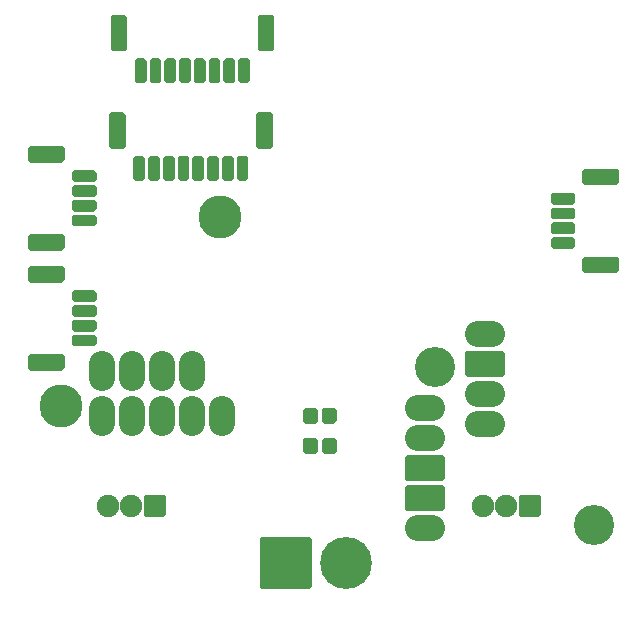
<source format=gbs>
G04 #@! TF.GenerationSoftware,KiCad,Pcbnew,(5.1.9)-1*
G04 #@! TF.CreationDate,2021-04-18T01:44:30-07:00*
G04 #@! TF.ProjectId,UAS_V2,5541535f-5632-42e6-9b69-6361645f7063,rev?*
G04 #@! TF.SameCoordinates,Original*
G04 #@! TF.FileFunction,Soldermask,Bot*
G04 #@! TF.FilePolarity,Negative*
%FSLAX46Y46*%
G04 Gerber Fmt 4.6, Leading zero omitted, Abs format (unit mm)*
G04 Created by KiCad (PCBNEW (5.1.9)-1) date 2021-04-18 01:44:30*
%MOMM*%
%LPD*%
G01*
G04 APERTURE LIST*
%ADD10C,1.900000*%
%ADD11O,3.400000X2.200000*%
%ADD12C,3.400000*%
%ADD13O,2.200000X3.400000*%
%ADD14C,3.650000*%
%ADD15C,4.400000*%
G04 APERTURE END LIST*
G36*
G01*
X148401000Y-116035000D02*
X148401000Y-115105000D01*
G75*
G02*
X148601000Y-114905000I200000J0D01*
G01*
X149491000Y-114905000D01*
G75*
G02*
X149691000Y-115105000I0J-200000D01*
G01*
X149691000Y-116035000D01*
G75*
G02*
X149491000Y-116235000I-200000J0D01*
G01*
X148601000Y-116235000D01*
G75*
G02*
X148401000Y-116035000I0J200000D01*
G01*
G37*
G36*
G01*
X150029000Y-116035000D02*
X150029000Y-115105000D01*
G75*
G02*
X150229000Y-114905000I200000J0D01*
G01*
X151119000Y-114905000D01*
G75*
G02*
X151319000Y-115105000I0J-200000D01*
G01*
X151319000Y-116035000D01*
G75*
G02*
X151119000Y-116235000I-200000J0D01*
G01*
X150229000Y-116235000D01*
G75*
G02*
X150029000Y-116035000I0J200000D01*
G01*
G37*
G36*
G01*
X149715000Y-112565000D02*
X149715000Y-113495000D01*
G75*
G02*
X149515000Y-113695000I-200000J0D01*
G01*
X148645000Y-113695000D01*
G75*
G02*
X148445000Y-113495000I0J200000D01*
G01*
X148445000Y-112565000D01*
G75*
G02*
X148645000Y-112365000I200000J0D01*
G01*
X149515000Y-112365000D01*
G75*
G02*
X149715000Y-112565000I0J-200000D01*
G01*
G37*
G36*
G01*
X151275000Y-112565000D02*
X151275000Y-113495000D01*
G75*
G02*
X151075000Y-113695000I-200000J0D01*
G01*
X150205000Y-113695000D01*
G75*
G02*
X150005000Y-113495000I0J200000D01*
G01*
X150005000Y-112565000D01*
G75*
G02*
X150205000Y-112365000I200000J0D01*
G01*
X151075000Y-112365000D01*
G75*
G02*
X151275000Y-112565000I0J-200000D01*
G01*
G37*
G36*
G01*
X172295000Y-92095000D02*
X174995000Y-92095000D01*
G75*
G02*
X175195000Y-92295000I0J-200000D01*
G01*
X175195000Y-93295000D01*
G75*
G02*
X174995000Y-93495000I-200000J0D01*
G01*
X172295000Y-93495000D01*
G75*
G02*
X172095000Y-93295000I0J200000D01*
G01*
X172095000Y-92295000D01*
G75*
G02*
X172295000Y-92095000I200000J0D01*
G01*
G37*
G36*
G01*
X169595000Y-95395000D02*
X171295000Y-95395000D01*
G75*
G02*
X171495000Y-95595000I0J-200000D01*
G01*
X171495000Y-96195000D01*
G75*
G02*
X171295000Y-96395000I-200000J0D01*
G01*
X169595000Y-96395000D01*
G75*
G02*
X169395000Y-96195000I0J200000D01*
G01*
X169395000Y-95595000D01*
G75*
G02*
X169595000Y-95395000I200000J0D01*
G01*
G37*
G36*
G01*
X169595000Y-94145000D02*
X171295000Y-94145000D01*
G75*
G02*
X171495000Y-94345000I0J-200000D01*
G01*
X171495000Y-94945000D01*
G75*
G02*
X171295000Y-95145000I-200000J0D01*
G01*
X169595000Y-95145000D01*
G75*
G02*
X169395000Y-94945000I0J200000D01*
G01*
X169395000Y-94345000D01*
G75*
G02*
X169595000Y-94145000I200000J0D01*
G01*
G37*
G36*
G01*
X169595000Y-96645000D02*
X171295000Y-96645000D01*
G75*
G02*
X171495000Y-96845000I0J-200000D01*
G01*
X171495000Y-97445000D01*
G75*
G02*
X171295000Y-97645000I-200000J0D01*
G01*
X169595000Y-97645000D01*
G75*
G02*
X169395000Y-97445000I0J200000D01*
G01*
X169395000Y-96845000D01*
G75*
G02*
X169595000Y-96645000I200000J0D01*
G01*
G37*
G36*
G01*
X169595000Y-97895000D02*
X171295000Y-97895000D01*
G75*
G02*
X171495000Y-98095000I0J-200000D01*
G01*
X171495000Y-98695000D01*
G75*
G02*
X171295000Y-98895000I-200000J0D01*
G01*
X169595000Y-98895000D01*
G75*
G02*
X169395000Y-98695000I0J200000D01*
G01*
X169395000Y-98095000D01*
G75*
G02*
X169595000Y-97895000I200000J0D01*
G01*
G37*
G36*
G01*
X172295000Y-99545000D02*
X174995000Y-99545000D01*
G75*
G02*
X175195000Y-99745000I0J-200000D01*
G01*
X175195000Y-100745000D01*
G75*
G02*
X174995000Y-100945000I-200000J0D01*
G01*
X172295000Y-100945000D01*
G75*
G02*
X172095000Y-100745000I0J200000D01*
G01*
X172095000Y-99745000D01*
G75*
G02*
X172295000Y-99545000I200000J0D01*
G01*
G37*
G36*
G01*
X137940000Y-84670000D02*
X137940000Y-82970000D01*
G75*
G02*
X138140000Y-82770000I200000J0D01*
G01*
X138740000Y-82770000D01*
G75*
G02*
X138940000Y-82970000I0J-200000D01*
G01*
X138940000Y-84670000D01*
G75*
G02*
X138740000Y-84870000I-200000J0D01*
G01*
X138140000Y-84870000D01*
G75*
G02*
X137940000Y-84670000I0J200000D01*
G01*
G37*
G36*
G01*
X139190000Y-84670000D02*
X139190000Y-82970000D01*
G75*
G02*
X139390000Y-82770000I200000J0D01*
G01*
X139990000Y-82770000D01*
G75*
G02*
X140190000Y-82970000I0J-200000D01*
G01*
X140190000Y-84670000D01*
G75*
G02*
X139990000Y-84870000I-200000J0D01*
G01*
X139390000Y-84870000D01*
G75*
G02*
X139190000Y-84670000I0J200000D01*
G01*
G37*
G36*
G01*
X140440000Y-84670000D02*
X140440000Y-82970000D01*
G75*
G02*
X140640000Y-82770000I200000J0D01*
G01*
X141240000Y-82770000D01*
G75*
G02*
X141440000Y-82970000I0J-200000D01*
G01*
X141440000Y-84670000D01*
G75*
G02*
X141240000Y-84870000I-200000J0D01*
G01*
X140640000Y-84870000D01*
G75*
G02*
X140440000Y-84670000I0J200000D01*
G01*
G37*
G36*
G01*
X141690000Y-84670000D02*
X141690000Y-82970000D01*
G75*
G02*
X141890000Y-82770000I200000J0D01*
G01*
X142490000Y-82770000D01*
G75*
G02*
X142690000Y-82970000I0J-200000D01*
G01*
X142690000Y-84670000D01*
G75*
G02*
X142490000Y-84870000I-200000J0D01*
G01*
X141890000Y-84870000D01*
G75*
G02*
X141690000Y-84670000I0J200000D01*
G01*
G37*
G36*
G01*
X136690000Y-84670000D02*
X136690000Y-82970000D01*
G75*
G02*
X136890000Y-82770000I200000J0D01*
G01*
X137490000Y-82770000D01*
G75*
G02*
X137690000Y-82970000I0J-200000D01*
G01*
X137690000Y-84670000D01*
G75*
G02*
X137490000Y-84870000I-200000J0D01*
G01*
X136890000Y-84870000D01*
G75*
G02*
X136690000Y-84670000I0J200000D01*
G01*
G37*
G36*
G01*
X135440000Y-84670000D02*
X135440000Y-82970000D01*
G75*
G02*
X135640000Y-82770000I200000J0D01*
G01*
X136240000Y-82770000D01*
G75*
G02*
X136440000Y-82970000I0J-200000D01*
G01*
X136440000Y-84670000D01*
G75*
G02*
X136240000Y-84870000I-200000J0D01*
G01*
X135640000Y-84870000D01*
G75*
G02*
X135440000Y-84670000I0J200000D01*
G01*
G37*
G36*
G01*
X134190000Y-84670000D02*
X134190000Y-82970000D01*
G75*
G02*
X134390000Y-82770000I200000J0D01*
G01*
X134990000Y-82770000D01*
G75*
G02*
X135190000Y-82970000I0J-200000D01*
G01*
X135190000Y-84670000D01*
G75*
G02*
X134990000Y-84870000I-200000J0D01*
G01*
X134390000Y-84870000D01*
G75*
G02*
X134190000Y-84670000I0J200000D01*
G01*
G37*
G36*
G01*
X142940000Y-84670000D02*
X142940000Y-82970000D01*
G75*
G02*
X143140000Y-82770000I200000J0D01*
G01*
X143740000Y-82770000D01*
G75*
G02*
X143940000Y-82970000I0J-200000D01*
G01*
X143940000Y-84670000D01*
G75*
G02*
X143740000Y-84870000I-200000J0D01*
G01*
X143140000Y-84870000D01*
G75*
G02*
X142940000Y-84670000I0J200000D01*
G01*
G37*
G36*
G01*
X132140000Y-81970000D02*
X132140000Y-79270000D01*
G75*
G02*
X132340000Y-79070000I200000J0D01*
G01*
X133340000Y-79070000D01*
G75*
G02*
X133540000Y-79270000I0J-200000D01*
G01*
X133540000Y-81970000D01*
G75*
G02*
X133340000Y-82170000I-200000J0D01*
G01*
X132340000Y-82170000D01*
G75*
G02*
X132140000Y-81970000I0J200000D01*
G01*
G37*
G36*
G01*
X144590000Y-81970000D02*
X144590000Y-79270000D01*
G75*
G02*
X144790000Y-79070000I200000J0D01*
G01*
X145790000Y-79070000D01*
G75*
G02*
X145990000Y-79270000I0J-200000D01*
G01*
X145990000Y-81970000D01*
G75*
G02*
X145790000Y-82170000I-200000J0D01*
G01*
X144790000Y-82170000D01*
G75*
G02*
X144590000Y-81970000I0J200000D01*
G01*
G37*
G36*
G01*
X137815000Y-92925000D02*
X137815000Y-91225000D01*
G75*
G02*
X138015000Y-91025000I200000J0D01*
G01*
X138615000Y-91025000D01*
G75*
G02*
X138815000Y-91225000I0J-200000D01*
G01*
X138815000Y-92925000D01*
G75*
G02*
X138615000Y-93125000I-200000J0D01*
G01*
X138015000Y-93125000D01*
G75*
G02*
X137815000Y-92925000I0J200000D01*
G01*
G37*
G36*
G01*
X139065000Y-92925000D02*
X139065000Y-91225000D01*
G75*
G02*
X139265000Y-91025000I200000J0D01*
G01*
X139865000Y-91025000D01*
G75*
G02*
X140065000Y-91225000I0J-200000D01*
G01*
X140065000Y-92925000D01*
G75*
G02*
X139865000Y-93125000I-200000J0D01*
G01*
X139265000Y-93125000D01*
G75*
G02*
X139065000Y-92925000I0J200000D01*
G01*
G37*
G36*
G01*
X140315000Y-92925000D02*
X140315000Y-91225000D01*
G75*
G02*
X140515000Y-91025000I200000J0D01*
G01*
X141115000Y-91025000D01*
G75*
G02*
X141315000Y-91225000I0J-200000D01*
G01*
X141315000Y-92925000D01*
G75*
G02*
X141115000Y-93125000I-200000J0D01*
G01*
X140515000Y-93125000D01*
G75*
G02*
X140315000Y-92925000I0J200000D01*
G01*
G37*
G36*
G01*
X141565000Y-92925000D02*
X141565000Y-91225000D01*
G75*
G02*
X141765000Y-91025000I200000J0D01*
G01*
X142365000Y-91025000D01*
G75*
G02*
X142565000Y-91225000I0J-200000D01*
G01*
X142565000Y-92925000D01*
G75*
G02*
X142365000Y-93125000I-200000J0D01*
G01*
X141765000Y-93125000D01*
G75*
G02*
X141565000Y-92925000I0J200000D01*
G01*
G37*
G36*
G01*
X136565000Y-92925000D02*
X136565000Y-91225000D01*
G75*
G02*
X136765000Y-91025000I200000J0D01*
G01*
X137365000Y-91025000D01*
G75*
G02*
X137565000Y-91225000I0J-200000D01*
G01*
X137565000Y-92925000D01*
G75*
G02*
X137365000Y-93125000I-200000J0D01*
G01*
X136765000Y-93125000D01*
G75*
G02*
X136565000Y-92925000I0J200000D01*
G01*
G37*
G36*
G01*
X135315000Y-92925000D02*
X135315000Y-91225000D01*
G75*
G02*
X135515000Y-91025000I200000J0D01*
G01*
X136115000Y-91025000D01*
G75*
G02*
X136315000Y-91225000I0J-200000D01*
G01*
X136315000Y-92925000D01*
G75*
G02*
X136115000Y-93125000I-200000J0D01*
G01*
X135515000Y-93125000D01*
G75*
G02*
X135315000Y-92925000I0J200000D01*
G01*
G37*
G36*
G01*
X134065000Y-92925000D02*
X134065000Y-91225000D01*
G75*
G02*
X134265000Y-91025000I200000J0D01*
G01*
X134865000Y-91025000D01*
G75*
G02*
X135065000Y-91225000I0J-200000D01*
G01*
X135065000Y-92925000D01*
G75*
G02*
X134865000Y-93125000I-200000J0D01*
G01*
X134265000Y-93125000D01*
G75*
G02*
X134065000Y-92925000I0J200000D01*
G01*
G37*
G36*
G01*
X142815000Y-92925000D02*
X142815000Y-91225000D01*
G75*
G02*
X143015000Y-91025000I200000J0D01*
G01*
X143615000Y-91025000D01*
G75*
G02*
X143815000Y-91225000I0J-200000D01*
G01*
X143815000Y-92925000D01*
G75*
G02*
X143615000Y-93125000I-200000J0D01*
G01*
X143015000Y-93125000D01*
G75*
G02*
X142815000Y-92925000I0J200000D01*
G01*
G37*
G36*
G01*
X132015000Y-90225000D02*
X132015000Y-87525000D01*
G75*
G02*
X132215000Y-87325000I200000J0D01*
G01*
X133215000Y-87325000D01*
G75*
G02*
X133415000Y-87525000I0J-200000D01*
G01*
X133415000Y-90225000D01*
G75*
G02*
X133215000Y-90425000I-200000J0D01*
G01*
X132215000Y-90425000D01*
G75*
G02*
X132015000Y-90225000I0J200000D01*
G01*
G37*
G36*
G01*
X144465000Y-90225000D02*
X144465000Y-87525000D01*
G75*
G02*
X144665000Y-87325000I200000J0D01*
G01*
X145665000Y-87325000D01*
G75*
G02*
X145865000Y-87525000I0J-200000D01*
G01*
X145865000Y-90225000D01*
G75*
G02*
X145665000Y-90425000I-200000J0D01*
G01*
X144665000Y-90425000D01*
G75*
G02*
X144465000Y-90225000I0J200000D01*
G01*
G37*
G36*
G01*
X166690000Y-121400000D02*
X166690000Y-119900000D01*
G75*
G02*
X166890000Y-119700000I200000J0D01*
G01*
X168390000Y-119700000D01*
G75*
G02*
X168590000Y-119900000I0J-200000D01*
G01*
X168590000Y-121400000D01*
G75*
G02*
X168390000Y-121600000I-200000J0D01*
G01*
X166890000Y-121600000D01*
G75*
G02*
X166690000Y-121400000I0J200000D01*
G01*
G37*
D10*
X165640000Y-120650000D03*
X163640000Y-120650000D03*
G36*
G01*
X134940000Y-121400000D02*
X134940000Y-119900000D01*
G75*
G02*
X135140000Y-119700000I200000J0D01*
G01*
X136640000Y-119700000D01*
G75*
G02*
X136840000Y-119900000I0J-200000D01*
G01*
X136840000Y-121400000D01*
G75*
G02*
X136640000Y-121600000I-200000J0D01*
G01*
X135140000Y-121600000D01*
G75*
G02*
X134940000Y-121400000I0J200000D01*
G01*
G37*
X133890000Y-120650000D03*
X131890000Y-120650000D03*
D11*
X163830000Y-106085000D03*
G36*
G01*
X165330000Y-109725000D02*
X162330000Y-109725000D01*
G75*
G02*
X162130000Y-109525000I0J200000D01*
G01*
X162130000Y-107725000D01*
G75*
G02*
X162330000Y-107525000I200000J0D01*
G01*
X165330000Y-107525000D01*
G75*
G02*
X165530000Y-107725000I0J-200000D01*
G01*
X165530000Y-109525000D01*
G75*
G02*
X165330000Y-109725000I-200000J0D01*
G01*
G37*
X163830000Y-111165000D03*
X163830000Y-113705000D03*
D12*
X173060000Y-122310000D03*
X159630000Y-108880000D03*
D11*
X158750000Y-112390000D03*
X158750000Y-114930000D03*
G36*
G01*
X157250000Y-116370000D02*
X160250000Y-116370000D01*
G75*
G02*
X160450000Y-116570000I0J-200000D01*
G01*
X160450000Y-118370000D01*
G75*
G02*
X160250000Y-118570000I-200000J0D01*
G01*
X157250000Y-118570000D01*
G75*
G02*
X157050000Y-118370000I0J200000D01*
G01*
X157050000Y-116570000D01*
G75*
G02*
X157250000Y-116370000I200000J0D01*
G01*
G37*
G36*
G01*
X157250000Y-118910000D02*
X160250000Y-118910000D01*
G75*
G02*
X160450000Y-119110000I0J-200000D01*
G01*
X160450000Y-120910000D01*
G75*
G02*
X160250000Y-121110000I-200000J0D01*
G01*
X157250000Y-121110000D01*
G75*
G02*
X157050000Y-120910000I0J200000D01*
G01*
X157050000Y-119110000D01*
G75*
G02*
X157250000Y-118910000I200000J0D01*
G01*
G37*
X158750000Y-122550000D03*
D13*
X139065000Y-109220000D03*
X136525000Y-109220000D03*
X133985000Y-109220000D03*
X131445000Y-109220000D03*
D14*
X127915000Y-112190000D03*
X141415000Y-96190000D03*
D13*
X141605000Y-113030000D03*
X139065000Y-113030000D03*
X136525000Y-113030000D03*
X133985000Y-113030000D03*
X131445000Y-113030000D03*
G36*
G01*
X128060000Y-99040000D02*
X125360000Y-99040000D01*
G75*
G02*
X125160000Y-98840000I0J200000D01*
G01*
X125160000Y-97840000D01*
G75*
G02*
X125360000Y-97640000I200000J0D01*
G01*
X128060000Y-97640000D01*
G75*
G02*
X128260000Y-97840000I0J-200000D01*
G01*
X128260000Y-98840000D01*
G75*
G02*
X128060000Y-99040000I-200000J0D01*
G01*
G37*
G36*
G01*
X130760000Y-95740000D02*
X129060000Y-95740000D01*
G75*
G02*
X128860000Y-95540000I0J200000D01*
G01*
X128860000Y-94940000D01*
G75*
G02*
X129060000Y-94740000I200000J0D01*
G01*
X130760000Y-94740000D01*
G75*
G02*
X130960000Y-94940000I0J-200000D01*
G01*
X130960000Y-95540000D01*
G75*
G02*
X130760000Y-95740000I-200000J0D01*
G01*
G37*
G36*
G01*
X130760000Y-96990000D02*
X129060000Y-96990000D01*
G75*
G02*
X128860000Y-96790000I0J200000D01*
G01*
X128860000Y-96190000D01*
G75*
G02*
X129060000Y-95990000I200000J0D01*
G01*
X130760000Y-95990000D01*
G75*
G02*
X130960000Y-96190000I0J-200000D01*
G01*
X130960000Y-96790000D01*
G75*
G02*
X130760000Y-96990000I-200000J0D01*
G01*
G37*
G36*
G01*
X130760000Y-94490000D02*
X129060000Y-94490000D01*
G75*
G02*
X128860000Y-94290000I0J200000D01*
G01*
X128860000Y-93690000D01*
G75*
G02*
X129060000Y-93490000I200000J0D01*
G01*
X130760000Y-93490000D01*
G75*
G02*
X130960000Y-93690000I0J-200000D01*
G01*
X130960000Y-94290000D01*
G75*
G02*
X130760000Y-94490000I-200000J0D01*
G01*
G37*
G36*
G01*
X130760000Y-93240000D02*
X129060000Y-93240000D01*
G75*
G02*
X128860000Y-93040000I0J200000D01*
G01*
X128860000Y-92440000D01*
G75*
G02*
X129060000Y-92240000I200000J0D01*
G01*
X130760000Y-92240000D01*
G75*
G02*
X130960000Y-92440000I0J-200000D01*
G01*
X130960000Y-93040000D01*
G75*
G02*
X130760000Y-93240000I-200000J0D01*
G01*
G37*
G36*
G01*
X128060000Y-91590000D02*
X125360000Y-91590000D01*
G75*
G02*
X125160000Y-91390000I0J200000D01*
G01*
X125160000Y-90390000D01*
G75*
G02*
X125360000Y-90190000I200000J0D01*
G01*
X128060000Y-90190000D01*
G75*
G02*
X128260000Y-90390000I0J-200000D01*
G01*
X128260000Y-91390000D01*
G75*
G02*
X128060000Y-91590000I-200000J0D01*
G01*
G37*
G36*
G01*
X128060000Y-109200000D02*
X125360000Y-109200000D01*
G75*
G02*
X125160000Y-109000000I0J200000D01*
G01*
X125160000Y-108000000D01*
G75*
G02*
X125360000Y-107800000I200000J0D01*
G01*
X128060000Y-107800000D01*
G75*
G02*
X128260000Y-108000000I0J-200000D01*
G01*
X128260000Y-109000000D01*
G75*
G02*
X128060000Y-109200000I-200000J0D01*
G01*
G37*
G36*
G01*
X130760000Y-105900000D02*
X129060000Y-105900000D01*
G75*
G02*
X128860000Y-105700000I0J200000D01*
G01*
X128860000Y-105100000D01*
G75*
G02*
X129060000Y-104900000I200000J0D01*
G01*
X130760000Y-104900000D01*
G75*
G02*
X130960000Y-105100000I0J-200000D01*
G01*
X130960000Y-105700000D01*
G75*
G02*
X130760000Y-105900000I-200000J0D01*
G01*
G37*
G36*
G01*
X130760000Y-107150000D02*
X129060000Y-107150000D01*
G75*
G02*
X128860000Y-106950000I0J200000D01*
G01*
X128860000Y-106350000D01*
G75*
G02*
X129060000Y-106150000I200000J0D01*
G01*
X130760000Y-106150000D01*
G75*
G02*
X130960000Y-106350000I0J-200000D01*
G01*
X130960000Y-106950000D01*
G75*
G02*
X130760000Y-107150000I-200000J0D01*
G01*
G37*
G36*
G01*
X130760000Y-104650000D02*
X129060000Y-104650000D01*
G75*
G02*
X128860000Y-104450000I0J200000D01*
G01*
X128860000Y-103850000D01*
G75*
G02*
X129060000Y-103650000I200000J0D01*
G01*
X130760000Y-103650000D01*
G75*
G02*
X130960000Y-103850000I0J-200000D01*
G01*
X130960000Y-104450000D01*
G75*
G02*
X130760000Y-104650000I-200000J0D01*
G01*
G37*
G36*
G01*
X130760000Y-103400000D02*
X129060000Y-103400000D01*
G75*
G02*
X128860000Y-103200000I0J200000D01*
G01*
X128860000Y-102600000D01*
G75*
G02*
X129060000Y-102400000I200000J0D01*
G01*
X130760000Y-102400000D01*
G75*
G02*
X130960000Y-102600000I0J-200000D01*
G01*
X130960000Y-103200000D01*
G75*
G02*
X130760000Y-103400000I-200000J0D01*
G01*
G37*
G36*
G01*
X128060000Y-101750000D02*
X125360000Y-101750000D01*
G75*
G02*
X125160000Y-101550000I0J200000D01*
G01*
X125160000Y-100550000D01*
G75*
G02*
X125360000Y-100350000I200000J0D01*
G01*
X128060000Y-100350000D01*
G75*
G02*
X128260000Y-100550000I0J-200000D01*
G01*
X128260000Y-101550000D01*
G75*
G02*
X128060000Y-101750000I-200000J0D01*
G01*
G37*
D15*
X152110000Y-125490000D03*
G36*
G01*
X144760000Y-127490000D02*
X144760000Y-123490000D01*
G75*
G02*
X144960000Y-123290000I200000J0D01*
G01*
X148960000Y-123290000D01*
G75*
G02*
X149160000Y-123490000I0J-200000D01*
G01*
X149160000Y-127490000D01*
G75*
G02*
X148960000Y-127690000I-200000J0D01*
G01*
X144960000Y-127690000D01*
G75*
G02*
X144760000Y-127490000I0J200000D01*
G01*
G37*
M02*

</source>
